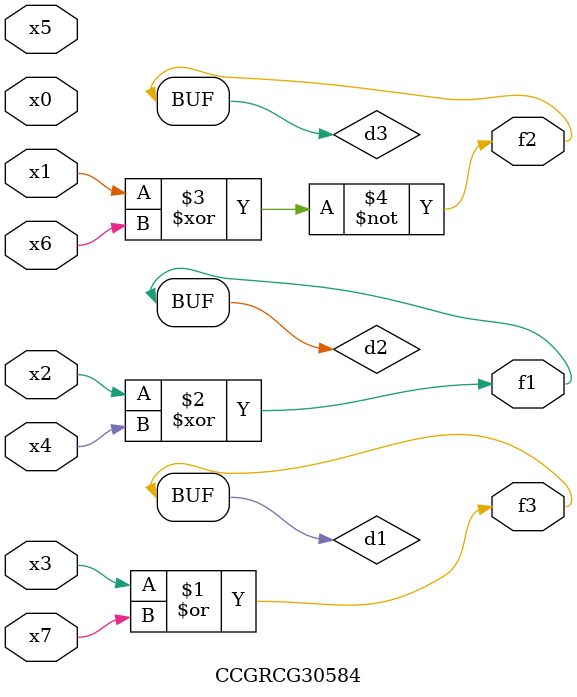
<source format=v>
module CCGRCG30584(
	input x0, x1, x2, x3, x4, x5, x6, x7,
	output f1, f2, f3
);

	wire d1, d2, d3;

	or (d1, x3, x7);
	xor (d2, x2, x4);
	xnor (d3, x1, x6);
	assign f1 = d2;
	assign f2 = d3;
	assign f3 = d1;
endmodule

</source>
